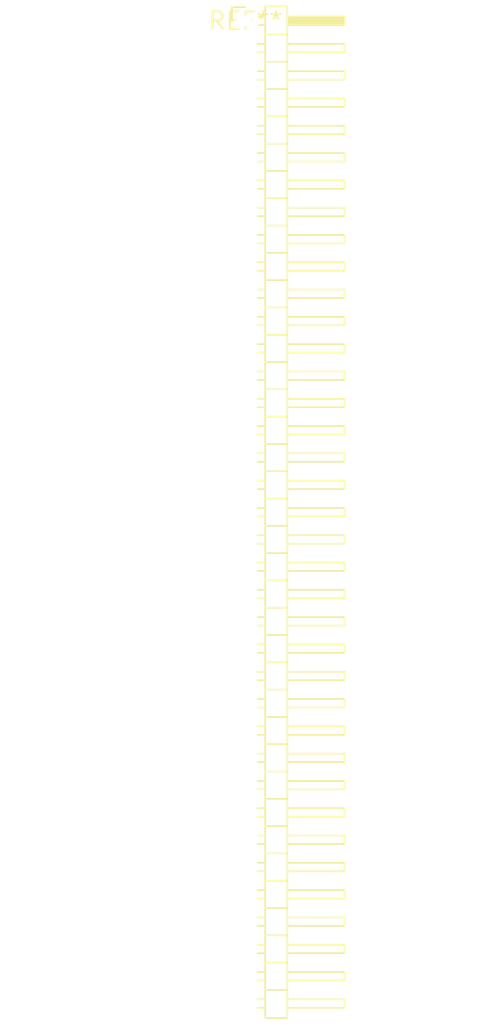
<source format=kicad_pcb>
(kicad_pcb (version 20240108) (generator pcbnew)
  (layers (0 "F.Cu" signal) (31 "B.Cu" signal) (34 "B.Paste" user) (35 "F.Paste" user) (36 "B.SilkS" user "B.Silkscreen") (37 "F.SilkS" user "F.Silkscreen") (38 "B.Mask" user) (39 "F.Mask" user) (44 "Edge.Cuts" user))
  (net 0 "")
  (footprint "PinHeader_1x37_P2.00mm_Horizontal" (layer "F.Cu") (at 0 0)
    (property "Reference" "REF**")
    (property "Value" "PinHeader_1x37_P2.00mm_Horizontal")
    (fp_line (start -1 -1) (end 0 -1) (layer "F.SilkS") (stroke (width 0.12)))
    (fp_line (start -1 0) (end -1 -1) (layer "F.SilkS") (stroke (width 0.12)))
    (fp_line (start 0.882114 1.69) (end 1.44 1.69) (layer "F.SilkS") (stroke (width 0.12)))
    (fp_line (start 0.882114 2.31) (end 1.44 2.31) (layer "F.SilkS") (stroke (width 0.12)))
    (fp_line (start 0.882114 3.69) (end 1.44 3.69) (layer "F.SilkS") (stroke (width 0.12)))
    (fp_line (start 0.882114 4.31) (end 1.44 4.31) (layer "F.SilkS") (stroke (width 0.12)))
    (fp_line (start 0.882114 5.69) (end 1.44 5.69) (layer "F.SilkS") (stroke (width 0.12)))
    (fp_line (start 0.882114 6.31) (end 1.44 6.31) (layer "F.SilkS") (stroke (width 0.12)))
    (fp_line (start 0.882114 7.69) (end 1.44 7.69) (layer "F.SilkS") (stroke (width 0.12)))
    (fp_line (start 0.882114 8.31) (end 1.44 8.31) (layer "F.SilkS") (stroke (width 0.12)))
    (fp_line (start 0.882114 9.69) (end 1.44 9.69) (layer "F.SilkS") (stroke (width 0.12)))
    (fp_line (start 0.882114 10.31) (end 1.44 10.31) (layer "F.SilkS") (stroke (width 0.12)))
    (fp_line (start 0.882114 11.69) (end 1.44 11.69) (layer "F.SilkS") (stroke (width 0.12)))
    (fp_line (start 0.882114 12.31) (end 1.44 12.31) (layer "F.SilkS") (stroke (width 0.12)))
    (fp_line (start 0.882114 13.69) (end 1.44 13.69) (layer "F.SilkS") (stroke (width 0.12)))
    (fp_line (start 0.882114 14.31) (end 1.44 14.31) (layer "F.SilkS") (stroke (width 0.12)))
    (fp_line (start 0.882114 15.69) (end 1.44 15.69) (layer "F.SilkS") (stroke (width 0.12)))
    (fp_line (start 0.882114 16.31) (end 1.44 16.31) (layer "F.SilkS") (stroke (width 0.12)))
    (fp_line (start 0.882114 17.69) (end 1.44 17.69) (layer "F.SilkS") (stroke (width 0.12)))
    (fp_line (start 0.882114 18.31) (end 1.44 18.31) (layer "F.SilkS") (stroke (width 0.12)))
    (fp_line (start 0.882114 19.69) (end 1.44 19.69) (layer "F.SilkS") (stroke (width 0.12)))
    (fp_line (start 0.882114 20.31) (end 1.44 20.31) (layer "F.SilkS") (stroke (width 0.12)))
    (fp_line (start 0.882114 21.69) (end 1.44 21.69) (layer "F.SilkS") (stroke (width 0.12)))
    (fp_line (start 0.882114 22.31) (end 1.44 22.31) (layer "F.SilkS") (stroke (width 0.12)))
    (fp_line (start 0.882114 23.69) (end 1.44 23.69) (layer "F.SilkS") (stroke (width 0.12)))
    (fp_line (start 0.882114 24.31) (end 1.44 24.31) (layer "F.SilkS") (stroke (width 0.12)))
    (fp_line (start 0.882114 25.69) (end 1.44 25.69) (layer "F.SilkS") (stroke (width 0.12)))
    (fp_line (start 0.882114 26.31) (end 1.44 26.31) (layer "F.SilkS") (stroke (width 0.12)))
    (fp_line (start 0.882114 27.69) (end 1.44 27.69) (layer "F.SilkS") (stroke (width 0.12)))
    (fp_line (start 0.882114 28.31) (end 1.44 28.31) (layer "F.SilkS") (stroke (width 0.12)))
    (fp_line (start 0.882114 29.69) (end 1.44 29.69) (layer "F.SilkS") (stroke (width 0.12)))
    (fp_line (start 0.882114 30.31) (end 1.44 30.31) (layer "F.SilkS") (stroke (width 0.12)))
    (fp_line (start 0.882114 31.69) (end 1.44 31.69) (layer "F.SilkS") (stroke (width 0.12)))
    (fp_line (start 0.882114 32.31) (end 1.44 32.31) (layer "F.SilkS") (stroke (width 0.12)))
    (fp_line (start 0.882114 33.69) (end 1.44 33.69) (layer "F.SilkS") (stroke (width 0.12)))
    (fp_line (start 0.882114 34.31) (end 1.44 34.31) (layer "F.SilkS") (stroke (width 0.12)))
    (fp_line (start 0.882114 35.69) (end 1.44 35.69) (layer "F.SilkS") (stroke (width 0.12)))
    (fp_line (start 0.882114 36.31) (end 1.44 36.31) (layer "F.SilkS") (stroke (width 0.12)))
    (fp_line (start 0.882114 37.69) (end 1.44 37.69) (layer "F.SilkS") (stroke (width 0.12)))
    (fp_line (start 0.882114 38.31) (end 1.44 38.31) (layer "F.SilkS") (stroke (width 0.12)))
    (fp_line (start 0.882114 39.69) (end 1.44 39.69) (layer "F.SilkS") (stroke (width 0.12)))
    (fp_line (start 0.882114 40.31) (end 1.44 40.31) (layer "F.SilkS") (stroke (width 0.12)))
    (fp_line (start 0.882114 41.69) (end 1.44 41.69) (layer "F.SilkS") (stroke (width 0.12)))
    (fp_line (start 0.882114 42.31) (end 1.44 42.31) (layer "F.SilkS") (stroke (width 0.12)))
    (fp_line (start 0.882114 43.69) (end 1.44 43.69) (layer "F.SilkS") (stroke (width 0.12)))
    (fp_line (start 0.882114 44.31) (end 1.44 44.31) (layer "F.SilkS") (stroke (width 0.12)))
    (fp_line (start 0.882114 45.69) (end 1.44 45.69) (layer "F.SilkS") (stroke (width 0.12)))
    (fp_line (start 0.882114 46.31) (end 1.44 46.31) (layer "F.SilkS") (stroke (width 0.12)))
    (fp_line (start 0.882114 47.69) (end 1.44 47.69) (layer "F.SilkS") (stroke (width 0.12)))
    (fp_line (start 0.882114 48.31) (end 1.44 48.31) (layer "F.SilkS") (stroke (width 0.12)))
    (fp_line (start 0.882114 49.69) (end 1.44 49.69) (layer "F.SilkS") (stroke (width 0.12)))
    (fp_line (start 0.882114 50.31) (end 1.44 50.31) (layer "F.SilkS") (stroke (width 0.12)))
    (fp_line (start 0.882114 51.69) (end 1.44 51.69) (layer "F.SilkS") (stroke (width 0.12)))
    (fp_line (start 0.882114 52.31) (end 1.44 52.31) (layer "F.SilkS") (stroke (width 0.12)))
    (fp_line (start 0.882114 53.69) (end 1.44 53.69) (layer "F.SilkS") (stroke (width 0.12)))
    (fp_line (start 0.882114 54.31) (end 1.44 54.31) (layer "F.SilkS") (stroke (width 0.12)))
    (fp_line (start 0.882114 55.69) (end 1.44 55.69) (layer "F.SilkS") (stroke (width 0.12)))
    (fp_line (start 0.882114 56.31) (end 1.44 56.31) (layer "F.SilkS") (stroke (width 0.12)))
    (fp_line (start 0.882114 57.69) (end 1.44 57.69) (layer "F.SilkS") (stroke (width 0.12)))
    (fp_line (start 0.882114 58.31) (end 1.44 58.31) (layer "F.SilkS") (stroke (width 0.12)))
    (fp_line (start 0.882114 59.69) (end 1.44 59.69) (layer "F.SilkS") (stroke (width 0.12)))
    (fp_line (start 0.882114 60.31) (end 1.44 60.31) (layer "F.SilkS") (stroke (width 0.12)))
    (fp_line (start 0.882114 61.69) (end 1.44 61.69) (layer "F.SilkS") (stroke (width 0.12)))
    (fp_line (start 0.882114 62.31) (end 1.44 62.31) (layer "F.SilkS") (stroke (width 0.12)))
    (fp_line (start 0.882114 63.69) (end 1.44 63.69) (layer "F.SilkS") (stroke (width 0.12)))
    (fp_line (start 0.882114 64.31) (end 1.44 64.31) (layer "F.SilkS") (stroke (width 0.12)))
    (fp_line (start 0.882114 65.69) (end 1.44 65.69) (layer "F.SilkS") (stroke (width 0.12)))
    (fp_line (start 0.882114 66.31) (end 1.44 66.31) (layer "F.SilkS") (stroke (width 0.12)))
    (fp_line (start 0.882114 67.69) (end 1.44 67.69) (layer "F.SilkS") (stroke (width 0.12)))
    (fp_line (start 0.882114 68.31) (end 1.44 68.31) (layer "F.SilkS") (stroke (width 0.12)))
    (fp_line (start 0.882114 69.69) (end 1.44 69.69) (layer "F.SilkS") (stroke (width 0.12)))
    (fp_line (start 0.882114 70.31) (end 1.44 70.31) (layer "F.SilkS") (stroke (width 0.12)))
    (fp_line (start 0.882114 71.69) (end 1.44 71.69) (layer "F.SilkS") (stroke (width 0.12)))
    (fp_line (start 0.882114 72.31) (end 1.44 72.31) (layer "F.SilkS") (stroke (width 0.12)))
    (fp_line (start 0.935 -0.31) (end 1.44 -0.31) (layer "F.SilkS") (stroke (width 0.12)))
    (fp_line (start 0.935 0.31) (end 1.44 0.31) (layer "F.SilkS") (stroke (width 0.12)))
    (fp_line (start 1.44 -1.06) (end 1.44 73.06) (layer "F.SilkS") (stroke (width 0.12)))
    (fp_line (start 1.44 1) (end 3.06 1) (layer "F.SilkS") (stroke (width 0.12)))
    (fp_line (start 1.44 3) (end 3.06 3) (layer "F.SilkS") (stroke (width 0.12)))
    (fp_line (start 1.44 5) (end 3.06 5) (layer "F.SilkS") (stroke (width 0.12)))
    (fp_line (start 1.44 7) (end 3.06 7) (layer "F.SilkS") (stroke (width 0.12)))
    (fp_line (start 1.44 9) (end 3.06 9) (layer "F.SilkS") (stroke (width 0.12)))
    (fp_line (start 1.44 11) (end 3.06 11) (layer "F.SilkS") (stroke (width 0.12)))
    (fp_line (start 1.44 13) (end 3.06 13) (layer "F.SilkS") (stroke (width 0.12)))
    (fp_line (start 1.44 15) (end 3.06 15) (layer "F.SilkS") (stroke (width 0.12)))
    (fp_line (start 1.44 17) (end 3.06 17) (layer "F.SilkS") (stroke (width 0.12)))
    (fp_line (start 1.44 19) (end 3.06 19) (layer "F.SilkS") (stroke (width 0.12)))
    (fp_line (start 1.44 21) (end 3.06 21) (layer "F.SilkS") (stroke (width 0.12)))
    (fp_line (start 1.44 23) (end 3.06 23) (layer "F.SilkS") (stroke (width 0.12)))
    (fp_line (start 1.44 25) (end 3.06 25) (layer "F.SilkS") (stroke (width 0.12)))
    (fp_line (start 1.44 27) (end 3.06 27) (layer "F.SilkS") (stroke (width 0.12)))
    (fp_line (start 1.44 29) (end 3.06 29) (layer "F.SilkS") (stroke (width 0.12)))
    (fp_line (start 1.44 31) (end 3.06 31) (layer "F.SilkS") (stroke (width 0.12)))
    (fp_line (start 1.44 33) (end 3.06 33) (layer "F.SilkS") (stroke (width 0.12)))
    (fp_line (start 1.44 35) (end 3.06 35) (layer "F.SilkS") (stroke (width 0.12)))
    (fp_line (start 1.44 37) (end 3.06 37) (layer "F.SilkS") (stroke (width 0.12)))
    (fp_line (start 1.44 39) (end 3.06 39) (layer "F.SilkS") (stroke (width 0.12)))
    (fp_line (start 1.44 41) (end 3.06 41) (layer "F.SilkS") (stroke (width 0.12)))
    (fp_line (start 1.44 43) (end 3.06 43) (layer "F.SilkS") (stroke (width 0.12)))
    (fp_line (start 1.44 45) (end 3.06 45) (layer "F.SilkS") (stroke (width 0.12)))
    (fp_line (start 1.44 47) (end 3.06 47) (layer "F.SilkS") (stroke (width 0.12)))
    (fp_line (start 1.44 49) (end 3.06 49) (layer "F.SilkS") (stroke (width 0.12)))
    (fp_line (start 1.44 51) (end 3.06 51) (layer "F.SilkS") (stroke (width 0.12)))
    (fp_line (start 1.44 53) (end 3.06 53) (layer "F.SilkS") (stroke (width 0.12)))
    (fp_line (start 1.44 55) (end 3.06 55) (layer "F.SilkS") (stroke (width 0.12)))
    (fp_line (start 1.44 57) (end 3.06 57) (layer "F.SilkS") (stroke (width 0.12)))
    (fp_line (start 1.44 59) (end 3.06 59) (layer "F.SilkS") (stroke (width 0.12)))
    (fp_line (start 1.44 61) (end 3.06 61) (layer "F.SilkS") (stroke (width 0.12)))
    (fp_line (start 1.44 63) (end 3.06 63) (layer "F.SilkS") (stroke (width 0.12)))
    (fp_line (start 1.44 65) (end 3.06 65) (layer "F.SilkS") (stroke (width 0.12)))
    (fp_line (start 1.44 67) (end 3.06 67) (layer "F.SilkS") (stroke (width 0.12)))
    (fp_line (start 1.44 69) (end 3.06 69) (layer "F.SilkS") (stroke (width 0.12)))
    (fp_line (start 1.44 71) (end 3.06 71) (layer "F.SilkS") (stroke (width 0.12)))
    (fp_line (start 1.44 73.06) (end 3.06 73.06) (layer "F.SilkS") (stroke (width 0.12)))
    (fp_line (start 3.06 -1.06) (end 1.44 -1.06) (layer "F.SilkS") (stroke (width 0.12)))
    (fp_line (start 3.06 -0.31) (end 7.26 -0.31) (layer "F.SilkS") (stroke (width 0.12)))
    (fp_line (start 3.06 -0.25) (end 7.26 -0.25) (layer "F.SilkS") (stroke (width 0.12)))
    (fp_line (start 3.06 -0.13) (end 7.26 -0.13) (layer "F.SilkS") (stroke (width 0.12)))
    (fp_line (start 3.06 -0.01) (end 7.26 -0.01) (layer "F.SilkS") (stroke (width 0.12)))
    (fp_line (start 3.06 0.11) (end 7.26 0.11) (layer "F.SilkS") (stroke (width 0.12)))
    (fp_line (start 3.06 0.23) (end 7.26 0.23) (layer "F.SilkS") (stroke (width 0.12)))
    (fp_line (start 3.06 1.69) (end 7.26 1.69) (layer "F.SilkS") (stroke (width 0.12)))
    (fp_line (start 3.06 3.69) (end 7.26 3.69) (layer "F.SilkS") (stroke (width 0.12)))
    (fp_line (start 3.06 5.69) (end 7.26 5.69) (layer "F.SilkS") (stroke (width 0.12)))
    (fp_line (start 3.06 7.69) (end 7.26 7.69) (layer "F.SilkS") (stroke (width 0.12)))
    (fp_line (start 3.06 9.69) (end 7.26 9.69) (layer "F.SilkS") (stroke (width 0.12)))
    (fp_line (start 3.06 11.69) (end 7.26 11.69) (layer "F.SilkS") (stroke (width 0.12)))
    (fp_line (start 3.06 13.69) (end 7.26 13.69) (layer "F.SilkS") (stroke (width 0.12)))
    (fp_line (start 3.06 15.69) (end 7.26 15.69) (layer "F.SilkS") (stroke (width 0.12)))
    (fp_line (start 3.06 17.69) (end 7.26 17.69) (layer "F.SilkS") (stroke (width 0.12)))
    (fp_line (start 3.06 19.69) (end 7.26 19.69) (layer "F.SilkS") (stroke (width 0.12)))
    (fp_line (start 3.06 21.69) (end 7.26 21.69) (layer "F.SilkS") (stroke (width 0.12)))
    (fp_line (start 3.06 23.69) (end 7.26 23.69) (layer "F.SilkS") (stroke (width 0.12)))
    (fp_line (start 3.06 25.69) (end 7.26 25.69) (layer "F.SilkS") (stroke (width 0.12)))
    (fp_line (start 3.06 27.69) (end 7.26 27.69) (layer "F.SilkS") (stroke (width 0.12)))
    (fp_line (start 3.06 29.69) (end 7.26 29.69) (layer "F.SilkS") (stroke (width 0.12)))
    (fp_line (start 3.06 31.69) (end 7.26 31.69) (layer "F.SilkS") (stroke (width 0.12)))
    (fp_line (start 3.06 33.69) (end 7.26 33.69) (layer "F.SilkS") (stroke (width 0.12)))
    (fp_line (start 3.06 35.69) (end 7.26 35.69) (layer "F.SilkS") (stroke (width 0.12)))
    (fp_line (start 3.06 37.69) (end 7.26 37.69) (layer "F.SilkS") (stroke (width 0.12)))
    (fp_line (start 3.06 39.69) (end 7.26 39.69) (layer "F.SilkS") (stroke (width 0.12)))
    (fp_line (start 3.06 41.69) (end 7.26 41.69) (layer "F.SilkS") (stroke (width 0.12)))
    (fp_line (start 3.06 43.69) (end 7.26 43.69) (layer "F.SilkS") (stroke (width 0.12)))
    (fp_line (start 3.06 45.69) (end 7.26 45.69) (layer "F.SilkS") (stroke (width 0.12)))
    (fp_line (start 3.06 47.69) (end 7.26 47.69) (layer "F.SilkS") (stroke (width 0.12)))
    (fp_line (start 3.06 49.69) (end 7.26 49.69) (layer "F.SilkS") (stroke (width 0.12)))
    (fp_line (start 3.06 51.69) (end 7.26 51.69) (layer "F.SilkS") (stroke (width 0.12)))
    (fp_line (start 3.06 53.69) (end 7.26 53.69) (layer "F.SilkS") (stroke (width 0.12)))
    (fp_line (start 3.06 55.69) (end 7.26 55.69) (layer "F.SilkS") (stroke (width 0.12)))
    (fp_line (start 3.06 57.69) (end 7.26 57.69) (layer "F.SilkS") (stroke (width 0.12)))
    (fp_line (start 3.06 59.69) (end 7.26 59.69) (layer "F.SilkS") (stroke (width 0.12)))
    (fp_line (start 3.06 61.69) (end 7.26 61.69) (layer "F.SilkS") (stroke (width 0.12)))
    (fp_line (start 3.06 63.69) (end 7.26 63.69) (layer "F.SilkS") (stroke (width 0.12)))
    (fp_line (start 3.06 65.69) (end 7.26 65.69) (layer "F.SilkS") (stroke (width 0.12)))
    (fp_line (start 3.06 67.69) (end 7.26 67.69) (layer "F.SilkS") (stroke (width 0.12)))
    (fp_line (start 3.06 69.69) (end 7.26 69.69) (layer "F.SilkS") (stroke (width 0.12)))
    (fp_line (start 3.06 71.69) (end 7.26 71.69) (layer "F.SilkS") (stroke (width 0.12)))
    (fp_line (start 3.06 73.06) (end 3.06 -1.06) (layer "F.SilkS") (stroke (width 0.12)))
    (fp_line (start 7.26 -0.31) (end 7.26 0.31) (layer "F.SilkS") (stroke (width 0.12)))
    (fp_line (start 7.26 0.31) (end 3.06 0.31) (layer "F.SilkS") (stroke (width 0.12)))
    (fp_line (start 7.26 1.69) (end 7.26 2.31) (layer "F.SilkS") (stroke (width 0.12)))
    (fp_line (start 7.26 2.31) (end 3.06 2.31) (layer "F.SilkS") (stroke (width 0.12)))
    (fp_line (start 7.26 3.69) (end 7.26 4.31) (layer "F.SilkS") (stroke (width 0.12)))
    (fp_line (start 7.26 4.31) (end 3.06 4.31) (layer "F.SilkS") (stroke (width 0.12)))
    (fp_line (start 7.26 5.69) (end 7.26 6.31) (layer "F.SilkS") (stroke (width 0.12)))
    (fp_line (start 7.26 6.31) (end 3.06 6.31) (layer "F.SilkS") (stroke (width 0.12)))
    (fp_line (start 7.26 7.69) (end 7.26 8.31) (layer "F.SilkS") (stroke (width 0.12)))
    (fp_line (start 7.26 8.31) (end 3.06 8.31) (layer "F.SilkS") (stroke (width 0.12)))
    (fp_line (start 7.26 9.69) (end 7.26 10.31) (layer "F.SilkS") (stroke (width 0.12)))
    (fp_line (start 7.26 10.31) (end 3.06 10.31) (layer "F.SilkS") (stroke (width 0.12)))
    (fp_line (start 7.26 11.69) (end 7.26 12.31) (layer "F.SilkS") (stroke (width 0.12)))
    (fp_line (start 7.26 12.31) (end 3.06 12.31) (layer "F.SilkS") (stroke (width 0.12)))
    (fp_line (start 7.26 13.69) (end 7.26 14.31) (layer "F.SilkS") (stroke (width 0.12)))
    (fp_line (start 7.26 14.31) (end 3.06 14.31) (layer "F.SilkS") (stroke (width 0.12)))
    (fp_line (start 7.26 15.69) (end 7.26 16.31) (layer "F.SilkS") (stroke (width 0.12)))
    (fp_line (start 7.26 16.31) (end 3.06 16.31) (layer "F.SilkS") (stroke (width 0.12)))
    (fp_line (start 7.26 17.69) (end 7.26 18.31) (layer "F.SilkS") (stroke (width 0.12)))
    (fp_line (start 7.26 18.31) (end 3.06 18.31) (layer "F.SilkS") (stroke (width 0.12)))
    (fp_line (start 7.26 19.69) (end 7.26 20.31) (layer "F.SilkS") (stroke (width 0.12)))
    (fp_line (start 7.26 20.31) (end 3.06 20.31) (layer "F.SilkS") (stroke (width 0.12)))
    (fp_line (start 7.26 21.69) (end 7.26 22.31) (layer "F.SilkS") (stroke (width 0.12)))
    (fp_line (start 7.26 22.31) (end 3.06 22.31) (layer "F.SilkS") (stroke (width 0.12)))
    (fp_line (start 7.26 23.69) (end 7.26 24.31) (layer "F.SilkS") (stroke (width 0.12)))
    (fp_line (start 7.26 24.31) (end 3.06 24.31) (layer "F.SilkS") (stroke (width 0.12)))
    (fp_line (start 7.26 25.69) (end 7.26 26.31) (layer "F.SilkS") (stroke (width 0.12)))
    (fp_line (start 7.26 26.31) (end 3.06 26.31) (layer "F.SilkS") (stroke (width 0.12)))
    (fp_line (start 7.26 27.69) (end 7.26 28.31) (layer "F.SilkS") (stroke (width 0.12)))
    (fp_line (start 7.26 28.31) (end 3.06 28.31) (layer "F.SilkS") (stroke (width 0.12)))
    (fp_line (start 7.26 29.69) (end 7.26 30.31) (layer "F.SilkS") (stroke (width 0.12)))
    (fp_line (start 7.26 30.31) (end 3.06 30.31) (layer "F.SilkS") (stroke (width 0.12)))
    (fp_line (start 7.26 31.69) (end 7.26 32.31) (layer "F.SilkS") (stroke (width 0.12)))
    (fp_line (start 7.26 32.31) (end 3.06 32.31) (layer "F.SilkS") (stroke (width 0.12)))
    (fp_line (start 7.26 33.69) (end 7.26 34.31) (layer "F.SilkS") (stroke (width 0.12)))
    (fp_line (start 7.26 34.31) (end 3.06 34.31) (layer "F.SilkS") (stroke (width 0.12)))
    (fp_line (start 7.26 35.69) (end 7.26 36.31) (layer "F.SilkS") (stroke (width 0.12)))
    (fp_line (start 7.26 36.31) (end 3.06 36.31) (layer "F.SilkS") (stroke (width 0.12)))
    (fp_line (start 7.26 37.69) (end 7.26 38.31) (layer "F.SilkS") (stroke (width 0.12)))
    (fp_line (start 7.26 38.31) (end 3.06 38.31) (layer "F.SilkS") (stroke (width 0.12)))
    (fp_line (start 7.26 39.69) (end 7.26 40.31) (layer "F.SilkS") (stroke (width 0.12)))
    (fp_line (start 7.26 40.31) (end 3.06 40.31) (layer "F.SilkS") (stroke (width 0.12)))
    (fp_line (start 7.26 41.69) (end 7.26 42.31) (layer "F.SilkS") (stroke (width 0.12)))
    (fp_line (start 7.26 42.31) (end 3.06 42.31) (layer "F.SilkS") (stroke (width 0.12)))
    (fp_line (start 7.26 43.69) (end 7.26 44.31) (layer "F.SilkS") (stroke (width 0.12)))
    (fp_line (start 7.26 44.31) (end 3.06 44.31) (layer "F.SilkS") (stroke (width 0.12)))
    (fp_line (start 7.26 45.69) (end 7.26 46.31) (layer "F.SilkS") (stroke (width 0.12)))
    (fp_line (start 7.26 46.31) (end 3.06 46.31) (layer "F.SilkS") (stroke (width 0.12)))
    (fp_line (start 7.26 47.69) (end 7.26 48.31) (layer "F.SilkS") (stroke (width 0.12)))
    (fp_line (start 7.26 48.31) (end 3.06 48.31) (layer "F.SilkS") (stroke (width 0.12)))
    (fp_line (start 7.26 49.69) (end 7.26 50.31) (layer "F.SilkS") (stroke (width 0.12)))
    (fp_line (start 7.26 50.31) (end 3.06 50.31) (layer "F.SilkS") (stroke (width 0.12)))
    (fp_line (start 7.26 51.69) (end 7.26 52.31) (layer "F.SilkS") (stroke (width 0.12)))
    (fp_line (start 7.26 52.31) (end 3.06 52.31) (layer "F.SilkS") (stroke (width 0.12)))
    (fp_line (start 7.26 53.69) (end 7.26 54.31) (layer "F.SilkS") (stroke (width 0.12)))
    (fp_line (start 7.26 54.31) (end 3.06 54.31) (layer "F.SilkS") (stroke (width 0.12)))
    (fp_line (start 7.26 55.69) (end 7.26 56.31) (layer "F.SilkS") (stroke (width 0.12)))
    (fp_line (start 7.26 56.31) (end 3.06 56.31) (layer "F.SilkS") (stroke (width 0.12)))
    (fp_line (start 7.26 57.69) (end 7.26 58.31) (layer "F.SilkS") (stroke (width 0.12)))
    (fp_line (start 7.26 58.31) (end 3.06 58.31) (layer "F.SilkS") (stroke (width 0.12)))
    (fp_line (start 7.26 59.69) (end 7.26 60.31) (layer "F.SilkS") (stroke (width 0.12)))
    (fp_line (start 7.26 60.31) (end 3.06 60.31) (layer "F.SilkS") (stroke (width 0.12)))
    (fp_line (start 7.26 61.69) (end 7.26 62.31) (layer "F.SilkS") (stroke (width 0.12)))
    (fp_line (start 7.26 62.31) (end 3.06 62.31) (layer "F.SilkS") (stroke (width 0.12)))
    (fp_line (start 7.26 63.69) (end 7.26 64.31) (layer "F.SilkS") (stroke (width 0.12)))
    (fp_line (start 7.26 64.31) (end 3.06 64.31) (layer "F.SilkS") (stroke (width 0.12)))
    (fp_line (start 7.26 65.69) (end 7.26 66.31) (layer "F.SilkS") (stroke (width 0.12)))
    (fp_line (start 7.26 66.31) (end 3.06 66.31) (layer "F.SilkS") (stroke (width 0.12)))
    (fp_line (start 7.26 67.69) (end 7.26 68.31) (layer "F.SilkS") (stroke (width 0.12)))
    (fp_line (start 7.26 68.31) (end 3.06 68.31) (layer "F.SilkS") (stroke (width 0.12)))
    (fp_line (start 7.26 69.69) (end 7.26 70.31) (layer "F.SilkS") (stroke (width 0.12)))
    (fp_line (start 7.26 70.31) (end 3.06 70.31) (layer "F.SilkS") (stroke (width 0.12)))
    (fp_line (start 7.26 71.69) (end 7.26 72.31) (layer "F.SilkS") (stroke (width 0.12)))
    (fp_line (start 7.26 72.31) (end 3.06 72.31) (layer "F.SilkS") (stroke (width 0.12)))
    (pad "1" thru_hole rect (at 0 0) (size 1.35 1.35) (drill 0.8) (layers *.Cu *.Mask) (remove_unused_layers))
    (pad "2" thru_hole oval (at 0 2) (size 1.35 1.35) (drill 0.8) (layers *.Cu *.Mask) (remove_unused_layers))
    (pad "3" thru_hole oval (at 0 4) (size 1.35 1.35) (drill 0.8) (layers *.Cu *.Mask) (remove_unused_layers))
    (pad "4" thru_hole oval (at 0 6) (size 1.35 1.35) (drill 0.8) (layers *.Cu *.Mask) (remove_unused_layers))
    (pad "5" thru_hole oval (at 0 8) (size 1.35 1.35) (drill 0.8) (layers *.Cu *.Mask) (remove_unused_layers))
    (pad "6" thru_hole oval (at 0 10) (size 1.35 1.35) (drill 0.8) (layers *.Cu *.Mask) (remove_unused_layers))
    (pad "7" thru_hole oval (at 0 12) (size 1.35 1.35) (drill 0.8) (layers *.Cu *.Mask) (remove_unused_layers))
    (pad "8" thru_hole oval (at 0 14) (size 1.35 1.35) (drill 0.8) (layers *.Cu *.Mask) (remove_unused_layers))
    (pad "9" thru_hole oval (at 0 16) (size 1.35 1.35) (drill 0.8) (layers *.Cu *.Mask) (remove_unused_layers))
    (pad "10" thru_hole oval (at 0 18) (size 1.35 1.35) (drill 0.8) (layers *.Cu *.Mask) (remove_unused_layers))
    (pad "11" thru_hole oval (at 0 20) (size 1.35 1.35) (drill 0.8) (layers *.Cu *.Mask) (remove_unused_layers))
    (pad "12" thru_hole oval (at 0 22) (size 1.35 1.35) (drill 0.8) (layers *.Cu *.Mask) (remove_unused_layers))
    (pad "13" thru_hole oval (at 0 24) (size 1.35 1.35) (drill 0.8) (layers *.Cu *.Mask) (remove_unused_layers))
    (pad "14" thru_hole oval (at 0 26) (size 1.35 1.35) (drill 0.8) (layers *.Cu *.Mask) (remove_unused_layers))
    (pad "15" thru_hole oval (at 0 28) (size 1.35 1.35) (drill 0.8) (layers *.Cu *.Mask) (remove_unused_layers))
    (pad "16" thru_hole oval (at 0 30) (size 1.35 1.35) (drill 0.8) (layers *.Cu *.Mask) (remove_unused_layers))
    (pad "17" thru_hole oval (at 0 32) (size 1.35 1.35) (drill 0.8) (layers *.Cu *.Mask) (remove_unused_layers))
    (pad "18" thru_hole oval (at 0 34) (size 1.35 1.35) (drill 0.8) (layers *.Cu *.Mask) (remove_unused_layers))
    (pad "19" thru_hole oval (at 0 36) (size 1.35 1.35) (drill 0.8) (layers *.Cu *.Mask) (remove_unused_layers))
    (pad "20" thru_hole oval (at 0 38) (size 1.35 1.35) (drill 0.8) (layers *.Cu *.Mask) (remove_unused_layers))
    (pad "21" thru_hole oval (at 0 40) (size 1.35 1.35) (drill 0.8) (layers *.Cu *.Mask) (remove_unused_layers))
    (pad "22" thru_hole oval (at 0 42) (size 1.35 1.35) (drill 0.8) (layers *.Cu *.Mask) (remove_unused_layers))
    (pad "23" thru_hole oval (at 0 44) (size 1.35 1.35) (drill 0.8) (layers *.Cu *.Mask) (remove_unused_layers))
    (pad "24" thru_hole oval (at 0 46) (size 1.35 1.35) (drill 0.8) (layers *.Cu *.Mask) (remove_unused_layers))
    (pad "25" thru_hole oval (at 0 48) (size 1.35 1.35) (drill 0.8) (layers *.Cu *.Mask) (remove_unused_layers))
    (pad "26" thru_hole oval (at 0 50) (size 1.35 1.35) (drill 0.8) (layers *.Cu *.Mask) (remove_unused_layers))
    (pad "27" thru_hole oval (at 0 52) (size 1.35 1.35) (drill 0.8) (layers *.Cu *.Mask) (remove_unused_layers))
    (pad "28" thru_hole oval (at 0 54) (size 1.35 1.35) (drill 0.8) (layers *.Cu *.Mask) (remove_unused_layers))
    (pad "29" thru_hole oval (at 0 56) (size 1.35 1.35) (drill 0.8) (layers *.Cu *.Mask) (remove_unused_layers))
    (pad "30" thru_hole oval (at 0 58) (size 1.35 1.35) (drill 0.8) (layers *.Cu *.Mask) (remove_unused_layers))
    (pad "31" thru_hole oval (at 0 60) (size 1.35 1.35) (drill 0.8) (layers *.Cu *.Mask) (remove_unused_layers))
    (pad "32" thru_hole oval (at 0 62) (size 1.35 1.35) (drill 0.8) (layers *.Cu *.Mask) (remove_unused_layers))
    (pad "33" thru_hole oval (at 0 64) (size 1.35 1.35) (drill 0.8) (layers *.Cu *.Mask) (remove_unused_layers))
    (pad "34" thru_hole oval (at 0 66) (size 1.35 1.35) (drill 0.8) (layers *.Cu *.Mask) (remove_unused_layers))
    (pad "35" thru_hole oval (at 0 68) (size 1.35 1.35) (drill 0.8) (layers *.Cu *.Mask) (remove_unused_layers))
    (pad "36" thru_hole oval (at 0 70) (size 1.35 1.35) (drill 0.8) (layers *.Cu *.Mask) (remove_unused_layers))
    (pad "37" thru_hole oval (at 0 72) (size 1.35 1.35) (drill 0.8) (layers *.Cu *.Mask) (remove_unused_layers))
  )
)
</source>
